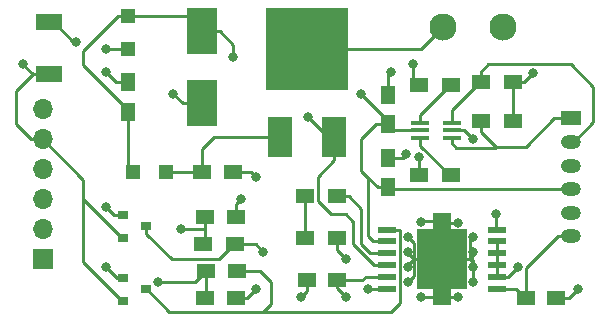
<source format=gbr>
G04 #@! TF.GenerationSoftware,KiCad,Pcbnew,(5.1.0)-1*
G04 #@! TF.CreationDate,2019-04-29T13:19:31-04:00*
G04 #@! TF.ProjectId,ifx9201sg-h-bridge-board,69667839-3230-4317-9367-2d682d627269,--*
G04 #@! TF.SameCoordinates,Original*
G04 #@! TF.FileFunction,Copper,L1,Top*
G04 #@! TF.FilePolarity,Positive*
%FSLAX46Y46*%
G04 Gerber Fmt 4.6, Leading zero omitted, Abs format (unit mm)*
G04 Created by KiCad (PCBNEW (5.1.0)-1) date 2019-04-29 13:19:31*
%MOMM*%
%LPD*%
G04 APERTURE LIST*
%ADD10O,1.700000X1.700000*%
%ADD11R,1.700000X1.700000*%
%ADD12R,1.250000X1.500000*%
%ADD13R,2.500000X4.000000*%
%ADD14R,1.500000X1.250000*%
%ADD15R,1.300000X1.300000*%
%ADD16R,0.900000X0.800000*%
%ADD17R,1.500000X1.300000*%
%ADD18R,2.199640X1.399540*%
%ADD19C,2.300000*%
%ADD20O,1.700000X1.200000*%
%ADD21R,1.700000X1.200000*%
%ADD22R,7.000000X7.000000*%
%ADD23R,2.000000X3.500000*%
%ADD24R,1.500000X0.400000*%
%ADD25R,1.600000X1.350000*%
%ADD26R,1.500000X0.600000*%
%ADD27R,4.200000X5.100000*%
%ADD28C,0.800000*%
%ADD29C,0.250000*%
G04 APERTURE END LIST*
D10*
X128016000Y-100330000D03*
X128016000Y-102870000D03*
X128016000Y-105410000D03*
X128016000Y-107950000D03*
X128016000Y-110490000D03*
D11*
X128016000Y-113030000D03*
D12*
X157226000Y-99100000D03*
X157226000Y-101600000D03*
D13*
X141478000Y-99824000D03*
X141478000Y-93724000D03*
D12*
X135255000Y-98044000D03*
X135255000Y-100544000D03*
X157226000Y-106934000D03*
X157226000Y-104434000D03*
D14*
X171410000Y-116332000D03*
X168910000Y-116332000D03*
X152888000Y-114808000D03*
X150388000Y-114808000D03*
D15*
X135630000Y-105664000D03*
X138430000Y-105664000D03*
D16*
X134763000Y-109286000D03*
X134763000Y-111186000D03*
X136763000Y-110236000D03*
D15*
X135255000Y-95250000D03*
X135255000Y-92450000D03*
D16*
X136763000Y-115570000D03*
X134763000Y-116520000D03*
X134763000Y-114620000D03*
D17*
X152908000Y-107696000D03*
X150208000Y-107696000D03*
D18*
X128524000Y-92964000D03*
X128524000Y-97363280D03*
D19*
X161925000Y-93345000D03*
X166925000Y-93345000D03*
D20*
X172720000Y-111092000D03*
X172720000Y-109092000D03*
X172720000Y-107092000D03*
X172720000Y-105092000D03*
X172720000Y-103092000D03*
D21*
X172720000Y-101092000D03*
D22*
X150368000Y-95250000D03*
D23*
X152648000Y-102650000D03*
X148068000Y-102650000D03*
D17*
X141699000Y-109474000D03*
X144399000Y-109474000D03*
X144399000Y-116332000D03*
X141699000Y-116332000D03*
X159860000Y-105918000D03*
X162560000Y-105918000D03*
X162560000Y-98298000D03*
X159860000Y-98298000D03*
X141445000Y-105664000D03*
X144145000Y-105664000D03*
X144479000Y-114046000D03*
X141779000Y-114046000D03*
X144305000Y-111760000D03*
X141605000Y-111760000D03*
X165100000Y-98044000D03*
X167800000Y-98044000D03*
X167800000Y-101346000D03*
X165100000Y-101346000D03*
X152908000Y-111252000D03*
X150208000Y-111252000D03*
D24*
X159960000Y-102758000D03*
X159960000Y-102108000D03*
X159960000Y-101458000D03*
X162620000Y-101458000D03*
X162620000Y-102108000D03*
X162620000Y-102758000D03*
D25*
X161798000Y-109779600D03*
D26*
X157148000Y-110504600D03*
X157148000Y-111504600D03*
X157148000Y-112504600D03*
X157148000Y-113504600D03*
X157148000Y-114504600D03*
X157148000Y-115504600D03*
X166448000Y-115504600D03*
X166448000Y-114504600D03*
X166448000Y-113504600D03*
X166448000Y-112504600D03*
X166448000Y-111504600D03*
X166448000Y-110504600D03*
D27*
X161798000Y-113004600D03*
D25*
X161798000Y-116229600D03*
D28*
X133350000Y-95250000D03*
X133350000Y-97155000D03*
X139065000Y-99060000D03*
X146050000Y-106045000D03*
X144780000Y-107950000D03*
X133350000Y-108585000D03*
X133350000Y-113665000D03*
X146050000Y-115570000D03*
X149860000Y-116205000D03*
X153670000Y-113030000D03*
X168201306Y-113649101D03*
X173355000Y-115570000D03*
X169545000Y-97245000D03*
X157480000Y-97155000D03*
X158750000Y-104140000D03*
X164465000Y-102870000D03*
X130810000Y-94615000D03*
X160044600Y-116229600D03*
X158948001Y-112395000D03*
X163195000Y-109945000D03*
X163195000Y-116205000D03*
X158948001Y-113665000D03*
X164465000Y-112395000D03*
X164465000Y-113665000D03*
X160020000Y-109855000D03*
X155575000Y-115570000D03*
X158948001Y-111125000D03*
X158948001Y-114935000D03*
X164465000Y-114935000D03*
X164465000Y-111125000D03*
X126365000Y-96520000D03*
X154940000Y-99060000D03*
X144145000Y-95885000D03*
X150495000Y-100965000D03*
X153670000Y-116205000D03*
X146685000Y-112395000D03*
X166370000Y-109220000D03*
X159385000Y-96520000D03*
X159838347Y-104321653D03*
X139700000Y-110490000D03*
X137795000Y-114935000D03*
D29*
X135255000Y-95250000D02*
X133350000Y-95250000D01*
X135255000Y-98044000D02*
X134239000Y-98044000D01*
X134239000Y-98044000D02*
X133350000Y-97155000D01*
X141478000Y-99824000D02*
X139829000Y-99824000D01*
X139829000Y-99824000D02*
X139065000Y-99060000D01*
X144145000Y-105664000D02*
X145669000Y-105664000D01*
X145669000Y-105664000D02*
X146050000Y-106045000D01*
X144399000Y-109474000D02*
X144399000Y-108331000D01*
X144399000Y-108331000D02*
X144780000Y-107950000D01*
X134763000Y-109286000D02*
X134051000Y-109286000D01*
X134051000Y-109286000D02*
X133350000Y-108585000D01*
X134763000Y-114620000D02*
X134305000Y-114620000D01*
X134305000Y-114620000D02*
X133350000Y-113665000D01*
X144399000Y-116332000D02*
X145288000Y-116332000D01*
X145288000Y-116332000D02*
X146050000Y-115570000D01*
X150388000Y-114808000D02*
X150388000Y-115677000D01*
X150388000Y-115677000D02*
X149860000Y-116205000D01*
X152908000Y-111252000D02*
X152908000Y-112268000D01*
X152908000Y-112268000D02*
X153670000Y-113030000D01*
X166448000Y-111504600D02*
X166448000Y-112504600D01*
X166448000Y-112952000D02*
X166448000Y-114504600D01*
X166448000Y-112952000D02*
X166448000Y-113504600D01*
X166448000Y-112504600D02*
X166448000Y-112952000D01*
X166448000Y-114504600D02*
X167345807Y-114504600D01*
X167345807Y-114504600D02*
X168201306Y-113649101D01*
X171410000Y-116332000D02*
X172593000Y-116332000D01*
X172593000Y-116332000D02*
X173355000Y-115570000D01*
X167800000Y-98944000D02*
X167800000Y-101346000D01*
X167800000Y-98044000D02*
X167800000Y-98944000D01*
X167800000Y-98044000D02*
X168746000Y-98044000D01*
X168746000Y-98044000D02*
X169545000Y-97245000D01*
X157226000Y-99100000D02*
X157226000Y-97409000D01*
X157226000Y-97409000D02*
X157480000Y-97155000D01*
X157226000Y-104434000D02*
X158456000Y-104434000D01*
X158456000Y-104434000D02*
X158750000Y-104140000D01*
X162620000Y-102108000D02*
X163703000Y-102108000D01*
X163703000Y-102108000D02*
X164465000Y-102870000D01*
X130575050Y-94615000D02*
X130810000Y-94615000D01*
X128524000Y-92964000D02*
X128924050Y-92964000D01*
X128924050Y-92964000D02*
X130575050Y-94615000D01*
X161798000Y-116229600D02*
X160044600Y-116229600D01*
X158948001Y-112504601D02*
X158948001Y-112395000D01*
X161798000Y-113004600D02*
X159448000Y-113004600D01*
X159448000Y-113004600D02*
X158948001Y-112504601D01*
X162057600Y-109945000D02*
X163195000Y-109945000D01*
X161798000Y-113004600D02*
X161798000Y-110204600D01*
X161798000Y-110204600D02*
X162057600Y-109945000D01*
X161798000Y-116229600D02*
X163170400Y-116229600D01*
X163170400Y-116229600D02*
X163195000Y-116205000D01*
X159448000Y-113004600D02*
X158948001Y-113504599D01*
X158948001Y-113504599D02*
X158948001Y-113665000D01*
X164465000Y-112687600D02*
X164465000Y-112395000D01*
X161798000Y-113004600D02*
X164148000Y-113004600D01*
X164148000Y-113004600D02*
X164465000Y-112687600D01*
X164148000Y-113004600D02*
X164465000Y-113321600D01*
X164465000Y-113321600D02*
X164465000Y-113665000D01*
X161798000Y-109779600D02*
X160095400Y-109779600D01*
X160095400Y-109779600D02*
X160020000Y-109855000D01*
X157148000Y-115504600D02*
X155640400Y-115504600D01*
X155640400Y-115504600D02*
X155575000Y-115570000D01*
X159448000Y-113004600D02*
X159448000Y-111624999D01*
X159448000Y-111624999D02*
X158948001Y-111125000D01*
X159448000Y-113004600D02*
X159448000Y-114435001D01*
X159448000Y-114435001D02*
X158948001Y-114935000D01*
X164370285Y-113004600D02*
X164465000Y-113099315D01*
X164148000Y-113004600D02*
X164370285Y-113004600D01*
X164465000Y-113099315D02*
X164465000Y-114935000D01*
X164148000Y-113004600D02*
X164148000Y-111442000D01*
X164148000Y-111442000D02*
X164465000Y-111125000D01*
X127174180Y-97363280D02*
X125730000Y-98807460D01*
X128524000Y-97363280D02*
X127174180Y-97363280D01*
X125730000Y-98807460D02*
X125730000Y-101600000D01*
X125730000Y-101600000D02*
X127000000Y-102870000D01*
X127000000Y-102870000D02*
X128016000Y-102870000D01*
X128016000Y-102870000D02*
X131445000Y-106299000D01*
X134713000Y-111186000D02*
X134763000Y-111186000D01*
X131445000Y-107918000D02*
X134713000Y-111186000D01*
X131445000Y-106299000D02*
X131445000Y-107918000D01*
X134713000Y-116520000D02*
X134763000Y-116520000D01*
X131445000Y-113252000D02*
X134713000Y-116520000D01*
X131445000Y-107918000D02*
X131445000Y-113252000D01*
X157734000Y-102108000D02*
X157226000Y-101600000D01*
X159960000Y-102108000D02*
X157734000Y-102108000D01*
X157226000Y-106934000D02*
X156351000Y-106934000D01*
X154940000Y-105523000D02*
X154940000Y-102870000D01*
X154940000Y-102870000D02*
X156210000Y-101600000D01*
X156210000Y-101600000D02*
X157226000Y-101600000D01*
X157148000Y-111504600D02*
X155954600Y-111504600D01*
X155518500Y-111068500D02*
X155518500Y-106101500D01*
X155954600Y-111504600D02*
X155518500Y-111068500D01*
X156351000Y-106934000D02*
X155518500Y-106101500D01*
X155518500Y-106101500D02*
X154940000Y-105523000D01*
X157384000Y-107092000D02*
X157226000Y-106934000D01*
X172720000Y-107092000D02*
X157384000Y-107092000D01*
X127174180Y-97363280D02*
X126365000Y-96554100D01*
X126365000Y-96554100D02*
X126365000Y-96520000D01*
X157226000Y-101346000D02*
X157226000Y-101600000D01*
X154940000Y-99060000D02*
X157226000Y-101346000D01*
X140204000Y-92450000D02*
X141478000Y-93724000D01*
X135255000Y-92450000D02*
X140204000Y-92450000D01*
X135255000Y-105289000D02*
X135630000Y-105664000D01*
X135255000Y-100544000D02*
X135255000Y-105289000D01*
X144145000Y-94891000D02*
X144145000Y-95885000D01*
X141478000Y-93724000D02*
X142978000Y-93724000D01*
X142978000Y-93724000D02*
X144145000Y-94891000D01*
X152180000Y-102650000D02*
X152648000Y-102650000D01*
X150495000Y-100965000D02*
X152180000Y-102650000D01*
X152648000Y-104650000D02*
X152648000Y-102650000D01*
X151283001Y-106014999D02*
X152648000Y-104650000D01*
X151283001Y-108103001D02*
X151283001Y-106014999D01*
X156048190Y-113504600D02*
X154305000Y-111761410D01*
X157148000Y-113504600D02*
X156048190Y-113504600D01*
X154305000Y-111761410D02*
X154305000Y-109855000D01*
X154305000Y-109855000D02*
X153670000Y-109220000D01*
X153670000Y-109220000D02*
X152400000Y-109220000D01*
X152400000Y-109220000D02*
X151283001Y-108103001D01*
X134355000Y-92450000D02*
X131445000Y-95360000D01*
X135255000Y-92450000D02*
X134355000Y-92450000D01*
X135255000Y-100419000D02*
X135255000Y-100544000D01*
X131445000Y-96609000D02*
X135255000Y-100419000D01*
X131445000Y-95360000D02*
X131445000Y-96609000D01*
X168082600Y-115504600D02*
X168910000Y-116332000D01*
X166448000Y-115504600D02*
X168082600Y-115504600D01*
X168910000Y-115457000D02*
X168910000Y-116332000D01*
X168910000Y-113802000D02*
X168910000Y-115457000D01*
X171620000Y-111092000D02*
X168910000Y-113802000D01*
X172720000Y-111092000D02*
X171620000Y-111092000D01*
X152888000Y-114808000D02*
X155067000Y-114808000D01*
X155370400Y-114504600D02*
X157148000Y-114504600D01*
X155067000Y-114808000D02*
X155370400Y-114504600D01*
X152888000Y-114808000D02*
X152888000Y-115423000D01*
X152888000Y-115423000D02*
X153670000Y-116205000D01*
X136763000Y-110886000D02*
X138907000Y-113030000D01*
X136763000Y-110236000D02*
X136763000Y-110886000D01*
X144205000Y-111760000D02*
X144305000Y-111760000D01*
X142935000Y-113030000D02*
X144205000Y-111760000D01*
X138907000Y-113030000D02*
X142935000Y-113030000D01*
X144305000Y-111760000D02*
X146050000Y-111760000D01*
X146050000Y-111760000D02*
X146685000Y-112395000D01*
X166370000Y-110426600D02*
X166448000Y-110504600D01*
X166370000Y-109220000D02*
X166370000Y-110426600D01*
X136813000Y-115570000D02*
X138718000Y-117475000D01*
X136763000Y-115570000D02*
X136813000Y-115570000D01*
X138718000Y-117475000D02*
X146685000Y-117475000D01*
X146685000Y-117475000D02*
X147320000Y-116840000D01*
X147320000Y-116840000D02*
X147320000Y-114935000D01*
X146431000Y-114046000D02*
X144479000Y-114046000D01*
X147320000Y-114935000D02*
X146431000Y-114046000D01*
X146685000Y-117475000D02*
X157480000Y-117475000D01*
X158148000Y-110504600D02*
X157148000Y-110504600D01*
X158223001Y-110579601D02*
X158148000Y-110504600D01*
X157480000Y-117475000D02*
X158223001Y-116731999D01*
X158223001Y-116731999D02*
X158223001Y-110579601D01*
X153908000Y-107696000D02*
X154940000Y-108728000D01*
X152908000Y-107696000D02*
X153908000Y-107696000D01*
X154940000Y-108728000D02*
X154940000Y-111760000D01*
X155684600Y-112504600D02*
X157148000Y-112504600D01*
X154940000Y-111760000D02*
X155684600Y-112504600D01*
X150208000Y-107696000D02*
X150208000Y-111252000D01*
X159385000Y-97823000D02*
X159860000Y-98298000D01*
X159385000Y-96520000D02*
X159385000Y-97823000D01*
X159838347Y-105896347D02*
X159860000Y-105918000D01*
X159838347Y-104321653D02*
X159838347Y-105896347D01*
X141699000Y-111666000D02*
X141605000Y-111760000D01*
X141699000Y-109474000D02*
X141699000Y-111666000D01*
X141699000Y-110374000D02*
X141699000Y-109474000D01*
X141583000Y-110490000D02*
X141699000Y-110374000D01*
X139700000Y-110490000D02*
X141583000Y-110490000D01*
X141779000Y-116252000D02*
X141699000Y-116332000D01*
X141779000Y-114046000D02*
X141779000Y-116252000D01*
X140890000Y-114935000D02*
X141779000Y-114046000D01*
X137795000Y-114935000D02*
X140890000Y-114935000D01*
X160020000Y-95250000D02*
X161925000Y-93345000D01*
X150368000Y-95250000D02*
X160020000Y-95250000D01*
X165000000Y-98044000D02*
X165100000Y-98044000D01*
X162620000Y-100424000D02*
X165000000Y-98044000D01*
X162620000Y-101458000D02*
X162620000Y-100424000D01*
X165100000Y-97144000D02*
X165724000Y-96520000D01*
X165100000Y-98044000D02*
X165100000Y-97144000D01*
X165724000Y-96520000D02*
X172720000Y-96520000D01*
X172720000Y-96520000D02*
X174625000Y-98425000D01*
X172970000Y-103092000D02*
X172720000Y-103092000D01*
X174625000Y-101437000D02*
X172970000Y-103092000D01*
X174625000Y-98425000D02*
X174625000Y-101437000D01*
X165100000Y-102246000D02*
X165100000Y-101346000D01*
X165100000Y-102246000D02*
X166359000Y-103505000D01*
X166359000Y-103505000D02*
X168910000Y-103505000D01*
X171323000Y-101092000D02*
X172720000Y-101092000D01*
X168910000Y-103505000D02*
X171323000Y-101092000D01*
X163007001Y-103595001D02*
X166279999Y-103595001D01*
X162620000Y-102758000D02*
X162620000Y-103208000D01*
X162620000Y-103208000D02*
X163007001Y-103595001D01*
X166279999Y-103595001D02*
X166370000Y-103505000D01*
X141445000Y-105664000D02*
X141445000Y-103665000D01*
X142460000Y-102650000D02*
X148068000Y-102650000D01*
X141445000Y-103665000D02*
X142460000Y-102650000D01*
X139330000Y-105664000D02*
X141445000Y-105664000D01*
X138430000Y-105664000D02*
X139330000Y-105664000D01*
X162460000Y-105918000D02*
X162560000Y-105918000D01*
X159960000Y-103418000D02*
X162460000Y-105918000D01*
X159960000Y-102758000D02*
X159960000Y-103418000D01*
X162460000Y-98298000D02*
X162560000Y-98298000D01*
X159960000Y-100798000D02*
X162460000Y-98298000D01*
X159960000Y-101458000D02*
X159960000Y-100798000D01*
M02*

</source>
